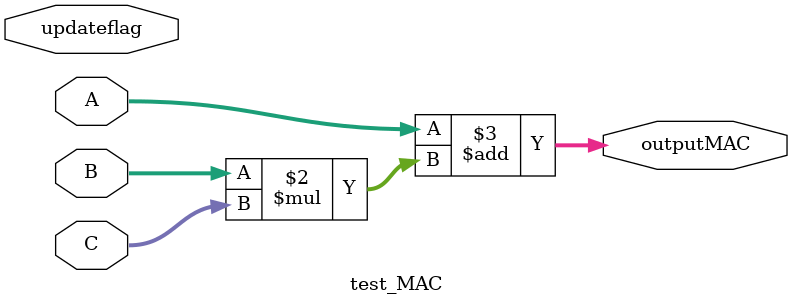
<source format=v>
`timescale 1ns / 1ps


module test_MAC(
    input [7:0] A
    ,input [7:0] B
    ,input [7:0] C
    ,input updateflag//updates the contents of the MAC when changed
    //,input reset//resets all values to 0 ADD THESE FLAGS WHEN NEEDED
    ,output reg [7:0] outputMAC
    );
    
    
    always @(A,B,C,updateflag)
        begin
            outputMAC = A + (B*C);
        end
        
        
endmodule

</source>
